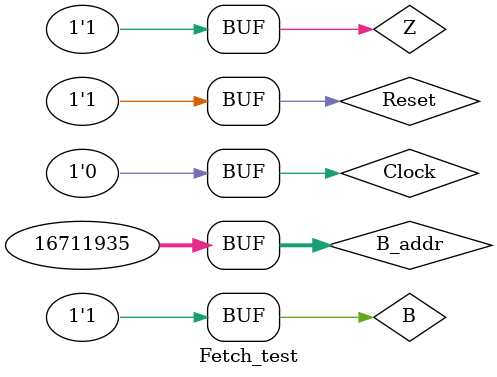
<source format=v>
`timescale 1ns / 1ps


module Fetch_test;

	// Inputs
	reg B;
	reg Z;
	reg Reset;
	reg Clock;
	reg [31:0] B_addr;

	// Outputs
	wire [31:0] addr;

	// Instantiate the Unit Under Test (UUT)
	Fetch uut (
		.B(B), 
		.Z(Z), 
		.Reset(Reset), 
		.Clock(Clock), 
		.B_addr(B_addr), 
		.addr(addr)
	);

	initial begin
		// Initialize Inputs
		B = 0;
		Z = 0;
		Reset = 0;
		Clock = 0;
		B_addr = 0;

		// Wait 100 ns for global reset to finish
		#100; Clock = ~Clock; Reset = 1;
		#100; Clock = ~Clock; 
		#100; Clock = ~Clock;
		#100; Clock = ~Clock; 
		#100; Clock = ~Clock; B = 1; Z = 1;
		#100; Clock = ~Clock; B_addr = 32'b00000000111111110000000011111111;
		#100; Clock = ~Clock;
		#100; Clock = ~Clock;
        
		// Add stimulus here

	end
      
endmodule


</source>
